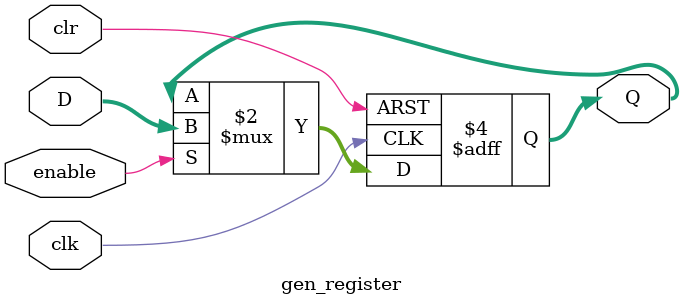
<source format=v>

module gen_register (D, clk, clr, enable, Q); // ports

	input wire [31:0] D; // port declarations
	input wire clk;
	input	wire clr;
	input wire enable;
	output reg [31:0] Q;
	
	always @ (posedge clr, posedge clk) // port logic
		if (clr)
			Q <= 0;								// clear
		else if (enable)
			Q <= D;								// output D

endmodule // end module
</source>
